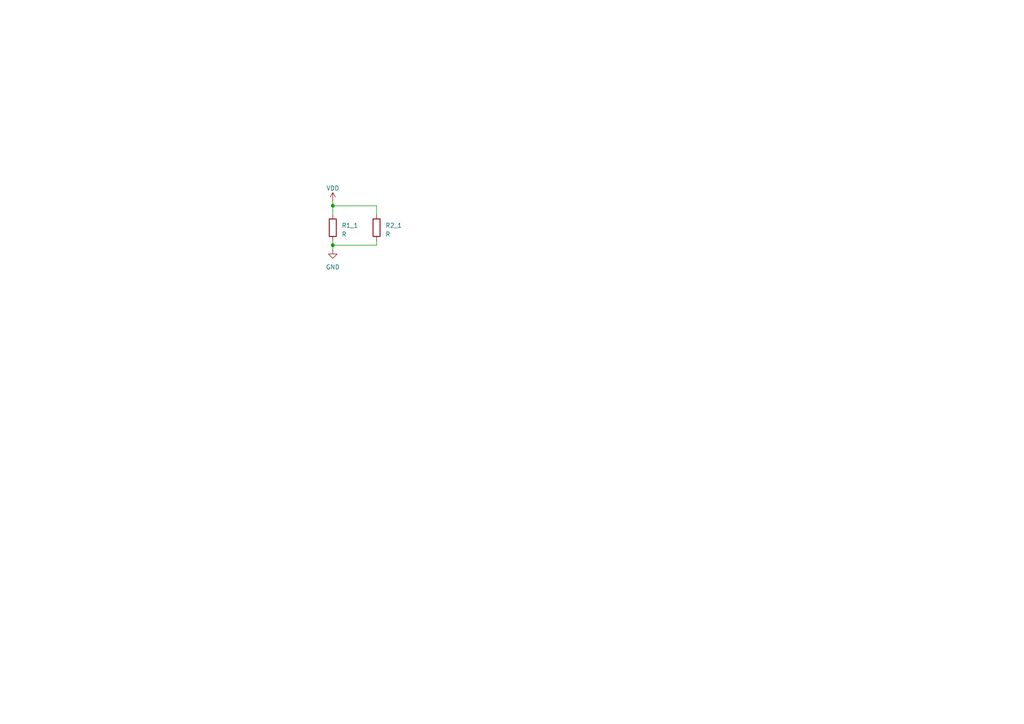
<source format=kicad_sch>
(kicad_sch (version 20230121) (generator eeschema)

  (uuid 95dfad6f-09c3-4c58-846e-171ce089c849)

  (paper "A4")

  (lib_symbols
    (symbol "Device:R" (pin_numbers hide) (pin_names (offset 0)) (in_bom yes) (on_board yes)
      (property "Reference" "R" (at 2.032 0 90)
        (effects (font (size 1.27 1.27)))
      )
      (property "Value" "R" (at 0 0 90)
        (effects (font (size 1.27 1.27)))
      )
      (property "Footprint" "" (at -1.778 0 90)
        (effects (font (size 1.27 1.27)) hide)
      )
      (property "Datasheet" "~" (at 0 0 0)
        (effects (font (size 1.27 1.27)) hide)
      )
      (property "ki_keywords" "R res resistor" (at 0 0 0)
        (effects (font (size 1.27 1.27)) hide)
      )
      (property "ki_description" "Resistor" (at 0 0 0)
        (effects (font (size 1.27 1.27)) hide)
      )
      (property "ki_fp_filters" "R_*" (at 0 0 0)
        (effects (font (size 1.27 1.27)) hide)
      )
      (symbol "R_0_1"
        (rectangle (start -1.016 -2.54) (end 1.016 2.54)
          (stroke (width 0.254) (type default))
          (fill (type none))
        )
      )
      (symbol "R_1_1"
        (pin passive line (at 0 3.81 270) (length 1.27)
          (name "~" (effects (font (size 1.27 1.27))))
          (number "1" (effects (font (size 1.27 1.27))))
        )
        (pin passive line (at 0 -3.81 90) (length 1.27)
          (name "~" (effects (font (size 1.27 1.27))))
          (number "2" (effects (font (size 1.27 1.27))))
        )
      )
    )
    (symbol "power:GND" (power) (pin_names (offset 0)) (in_bom yes) (on_board yes)
      (property "Reference" "#PWR" (at 0 -6.35 0)
        (effects (font (size 1.27 1.27)) hide)
      )
      (property "Value" "GND" (at 0 -3.81 0)
        (effects (font (size 1.27 1.27)))
      )
      (property "Footprint" "" (at 0 0 0)
        (effects (font (size 1.27 1.27)) hide)
      )
      (property "Datasheet" "" (at 0 0 0)
        (effects (font (size 1.27 1.27)) hide)
      )
      (property "ki_keywords" "global power" (at 0 0 0)
        (effects (font (size 1.27 1.27)) hide)
      )
      (property "ki_description" "Power symbol creates a global label with name \"GND\" , ground" (at 0 0 0)
        (effects (font (size 1.27 1.27)) hide)
      )
      (symbol "GND_0_1"
        (polyline
          (pts
            (xy 0 0)
            (xy 0 -1.27)
            (xy 1.27 -1.27)
            (xy 0 -2.54)
            (xy -1.27 -1.27)
            (xy 0 -1.27)
          )
          (stroke (width 0) (type default))
          (fill (type none))
        )
      )
      (symbol "GND_1_1"
        (pin power_in line (at 0 0 270) (length 0) hide
          (name "GND" (effects (font (size 1.27 1.27))))
          (number "1" (effects (font (size 1.27 1.27))))
        )
      )
    )
    (symbol "power:VDD" (power) (pin_names (offset 0)) (in_bom yes) (on_board yes)
      (property "Reference" "#PWR" (at 0 -3.81 0)
        (effects (font (size 1.27 1.27)) hide)
      )
      (property "Value" "VDD" (at 0 3.81 0)
        (effects (font (size 1.27 1.27)))
      )
      (property "Footprint" "" (at 0 0 0)
        (effects (font (size 1.27 1.27)) hide)
      )
      (property "Datasheet" "" (at 0 0 0)
        (effects (font (size 1.27 1.27)) hide)
      )
      (property "ki_keywords" "global power" (at 0 0 0)
        (effects (font (size 1.27 1.27)) hide)
      )
      (property "ki_description" "Power symbol creates a global label with name \"VDD\"" (at 0 0 0)
        (effects (font (size 1.27 1.27)) hide)
      )
      (symbol "VDD_0_1"
        (polyline
          (pts
            (xy -0.762 1.27)
            (xy 0 2.54)
          )
          (stroke (width 0) (type default))
          (fill (type none))
        )
        (polyline
          (pts
            (xy 0 0)
            (xy 0 2.54)
          )
          (stroke (width 0) (type default))
          (fill (type none))
        )
        (polyline
          (pts
            (xy 0 2.54)
            (xy 0.762 1.27)
          )
          (stroke (width 0) (type default))
          (fill (type none))
        )
      )
      (symbol "VDD_1_1"
        (pin power_in line (at 0 0 90) (length 0) hide
          (name "VDD" (effects (font (size 1.27 1.27))))
          (number "1" (effects (font (size 1.27 1.27))))
        )
      )
    )
  )

  (junction (at 96.52 71.12) (diameter 0) (color 0 0 0 0)
    (uuid 3de3cb8f-63d8-4503-9636-87c3b56e049d)
  )
  (junction (at 96.52 59.69) (diameter 0) (color 0 0 0 0)
    (uuid 500b2364-32a8-4ad3-b91e-d0f2dabb6005)
  )

  (wire (pts (xy 96.52 71.12) (xy 96.52 69.85))
    (stroke (width 0) (type default))
    (uuid 02ca8b5d-401a-4dad-bcbe-c3191164c20e)
  )
  (wire (pts (xy 109.22 71.12) (xy 109.22 69.85))
    (stroke (width 0) (type default))
    (uuid 153301e2-2915-4af0-bb7b-16b67f63494c)
  )
  (wire (pts (xy 96.52 71.12) (xy 109.22 71.12))
    (stroke (width 0) (type default))
    (uuid 213867f0-3773-47cd-a92d-ae1d1c5951aa)
  )
  (wire (pts (xy 96.52 58.42) (xy 96.52 59.69))
    (stroke (width 0) (type default))
    (uuid 230c91be-231c-4533-b152-6bfa5a6667f8)
  )
  (wire (pts (xy 96.52 72.39) (xy 96.52 71.12))
    (stroke (width 0) (type default))
    (uuid 4321ef3d-39bb-4fc2-95d0-0d0af47b3012)
  )
  (wire (pts (xy 96.52 59.69) (xy 96.52 62.23))
    (stroke (width 0) (type default))
    (uuid 66d4f1ea-425d-4338-b759-4e99439eeced)
  )
  (wire (pts (xy 96.52 59.69) (xy 109.22 59.69))
    (stroke (width 0) (type default))
    (uuid 6b3cf567-d110-43c0-95a0-c2f24bcb5c8b)
  )
  (wire (pts (xy 109.22 59.69) (xy 109.22 62.23))
    (stroke (width 0) (type default))
    (uuid d12a6412-06fc-4d69-ba7f-7f143d4fc97a)
  )

  (symbol (lib_id "Device:R") (at 96.52 66.04 0) (unit 1)
    (in_bom yes) (on_board yes) (dnp no) (fields_autoplaced)
    (uuid 1fe1dd3e-c8ce-428a-ad8e-f88f41434189)
    (property "Reference" "R1_1" (at 99.06 65.405 0)
      (effects (font (size 1.27 1.27)) (justify left))
    )
    (property "Value" "R" (at 99.06 67.945 0)
      (effects (font (size 1.27 1.27)) (justify left))
    )
    (property "Footprint" "" (at 94.742 66.04 90)
      (effects (font (size 1.27 1.27)) hide)
    )
    (property "Datasheet" "~" (at 96.52 66.04 0)
      (effects (font (size 1.27 1.27)) hide)
    )
    (pin "1" (uuid 3dbafbaa-9e17-4dad-931c-6475ba789498))
    (pin "2" (uuid f7ea1d7e-68c0-442b-b51b-23b0822d8a9f))
    (instances
      (project "kicad multiple channel project"
        (path "/4df94d8f-fe30-4475-88ce-09b4a7e720bc/62d54f5e-1d85-44ba-a010-9fb4db4f1ee9"
          (reference "R1_1") (unit 1)
        )
      )
    )
  )

  (symbol (lib_id "power:GND") (at 96.52 72.39 0) (unit 1)
    (in_bom yes) (on_board yes) (dnp no) (fields_autoplaced)
    (uuid 4f94ec93-eafe-4248-a516-002a4ad3cc11)
    (property "Reference" "#PWR01" (at 96.52 78.74 0)
      (effects (font (size 1.27 1.27)) hide)
    )
    (property "Value" "GND" (at 96.52 77.47 0)
      (effects (font (size 1.27 1.27)))
    )
    (property "Footprint" "" (at 96.52 72.39 0)
      (effects (font (size 1.27 1.27)) hide)
    )
    (property "Datasheet" "" (at 96.52 72.39 0)
      (effects (font (size 1.27 1.27)) hide)
    )
    (pin "1" (uuid 42f36b7a-d6d0-4dc1-ab5f-a659d06ac837))
    (instances
      (project "kicad multiple channel project"
        (path "/4df94d8f-fe30-4475-88ce-09b4a7e720bc/62d54f5e-1d85-44ba-a010-9fb4db4f1ee9"
          (reference "#PWR01") (unit 1)
        )
      )
    )
  )

  (symbol (lib_id "power:VDD") (at 96.52 58.42 0) (unit 1)
    (in_bom yes) (on_board yes) (dnp no) (fields_autoplaced)
    (uuid a9cdb540-defd-4fa4-bda7-e9dfd4db9396)
    (property "Reference" "#PWR02" (at 96.52 62.23 0)
      (effects (font (size 1.27 1.27)) hide)
    )
    (property "Value" "VDD" (at 96.52 54.61 0)
      (effects (font (size 1.27 1.27)))
    )
    (property "Footprint" "" (at 96.52 58.42 0)
      (effects (font (size 1.27 1.27)) hide)
    )
    (property "Datasheet" "" (at 96.52 58.42 0)
      (effects (font (size 1.27 1.27)) hide)
    )
    (pin "1" (uuid ab901b54-0589-421b-9b2e-6e0320af0d9d))
    (instances
      (project "kicad multiple channel project"
        (path "/4df94d8f-fe30-4475-88ce-09b4a7e720bc/62d54f5e-1d85-44ba-a010-9fb4db4f1ee9"
          (reference "#PWR02") (unit 1)
        )
      )
    )
  )

  (symbol (lib_id "Device:R") (at 109.22 66.04 0) (unit 1)
    (in_bom yes) (on_board yes) (dnp no) (fields_autoplaced)
    (uuid b10fc583-0ee3-49b5-b973-4d05faed3827)
    (property "Reference" "R2_1" (at 111.76 65.405 0)
      (effects (font (size 1.27 1.27)) (justify left))
    )
    (property "Value" "R" (at 111.76 67.945 0)
      (effects (font (size 1.27 1.27)) (justify left))
    )
    (property "Footprint" "" (at 107.442 66.04 90)
      (effects (font (size 1.27 1.27)) hide)
    )
    (property "Datasheet" "~" (at 109.22 66.04 0)
      (effects (font (size 1.27 1.27)) hide)
    )
    (pin "1" (uuid 3bfea714-b561-43fc-b3c9-01accf75f4ac))
    (pin "2" (uuid 98f3359e-e345-4ca9-9ce4-8ecb8c09c0e0))
    (instances
      (project "kicad multiple channel project"
        (path "/4df94d8f-fe30-4475-88ce-09b4a7e720bc/62d54f5e-1d85-44ba-a010-9fb4db4f1ee9"
          (reference "R2_1") (unit 1)
        )
      )
    )
  )
)

</source>
